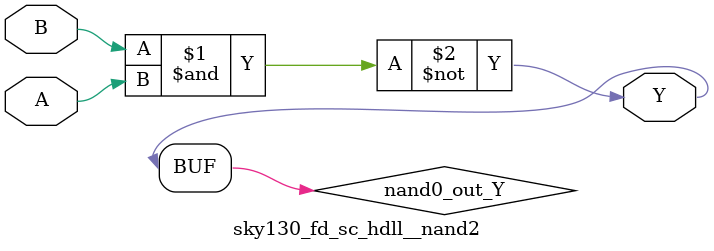
<source format=v>
/*
 * Copyright 2020 The SkyWater PDK Authors
 *
 * Licensed under the Apache License, Version 2.0 (the "License");
 * you may not use this file except in compliance with the License.
 * You may obtain a copy of the License at
 *
 *     https://www.apache.org/licenses/LICENSE-2.0
 *
 * Unless required by applicable law or agreed to in writing, software
 * distributed under the License is distributed on an "AS IS" BASIS,
 * WITHOUT WARRANTIES OR CONDITIONS OF ANY KIND, either express or implied.
 * See the License for the specific language governing permissions and
 * limitations under the License.
 *
 * SPDX-License-Identifier: Apache-2.0
*/


`ifndef SKY130_FD_SC_HDLL__NAND2_FUNCTIONAL_V
`define SKY130_FD_SC_HDLL__NAND2_FUNCTIONAL_V

/**
 * nand2: 2-input NAND.
 *
 * Verilog simulation functional model.
 */

`timescale 1ns / 1ps
`default_nettype none

`celldefine
module sky130_fd_sc_hdll__nand2 (
    Y,
    A,
    B
);

    // Module ports
    output Y;
    input  A;
    input  B;

    // Local signals
    wire nand0_out_Y;

    //   Name   Output       Other arguments
    nand nand0 (nand0_out_Y, B, A           );
    buf  buf0  (Y          , nand0_out_Y    );

endmodule
`endcelldefine

`default_nettype wire
`endif  // SKY130_FD_SC_HDLL__NAND2_FUNCTIONAL_V

</source>
